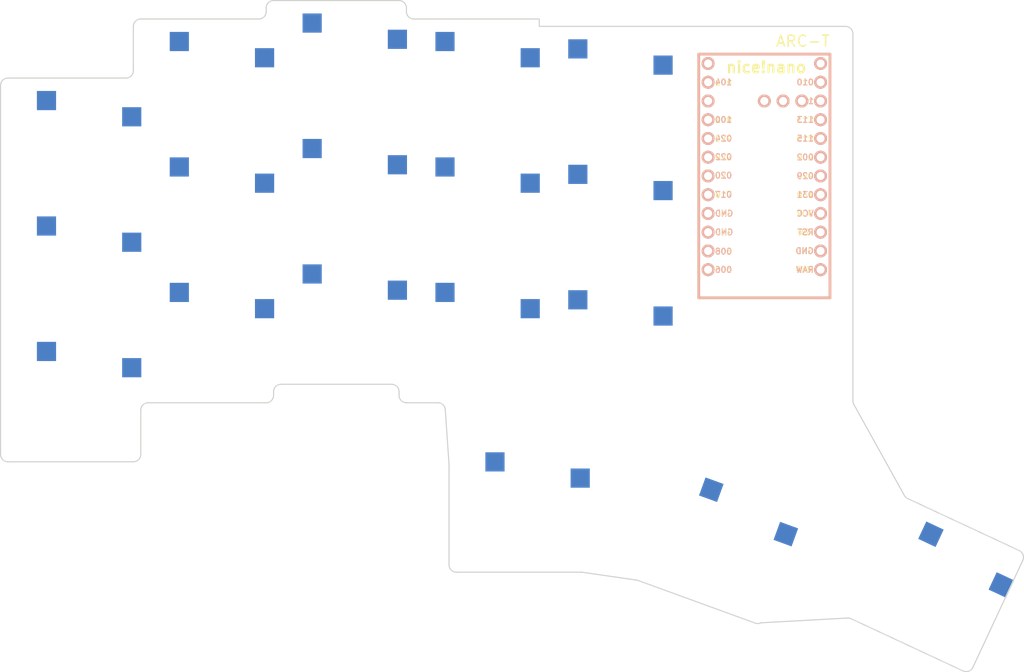
<source format=kicad_pcb>
(kicad_pcb (version 20240108) (generator "pcbnew") (generator_version "8.0")
  (title_block (title "left") (rev "v1.0.0") (company "Unknown"))
  (layers (0 "F.Cu" signal) (31 "B.Cu" signal) (34 "B.Paste" user) (35 "F.Paste" user) (36 "B.SilkS" user "B.Silkscreen") (37 "F.SilkS" user "F.Silkscreen") (38 "B.Mask" user) (39 "F.Mask" user) (44 "Edge.Cuts" user))
  (net 0 "")
  (net 1 "pinky_bottom")
  (net 2 "pinky_home")
  (net 3 "pinky_top")
  (net 4 "ring_bottom")
  (net 5 "ring_home")
  (net 6 "ring_top")
  (net 7 "middle_bottom")
  (net 8 "middle_home")
  (net 9 "middle_top")
  (net 10 "index_bottom")
  (net 11 "index_home")
  (net 12 "index_top")
  (net 13 "inner_bottom")
  (net 14 "inner_home")
  (net 15 "inner_top")
  (net 16 "inner_cluster")
  (net 17 "home_cluster")
  (net 18 "outer_cluster")
  (net 19 "RAW")
  (net 20 "GND")
  (net 21 "RST")
  (net 22 "VCC")
  (net 23 "P031")
  (net 24 "P029")
  (net 25 "P002")
  (net 26 "P115")
  (net 27 "P113")
  (net 28 "P111")
  (net 29 "P010")
  (net 30 "P009")
  (net 31 "P006")
  (net 32 "P008")
  (net 33 "P017")
  (net 34 "P020")
  (net 35 "P022")
  (net 36 "P024")
  (net 37 "P100")
  (net 38 "P011")
  (net 39 "P104")
  (net 40 "P106")
  (net 41 "P101")
  (net 42 "P102")
  (net 43 "P107")
  (footprint "nice_nano" (layer "F.Cu") (at 94 -31 90)
    (property "Reference" "MCU1" (hide yes))
    (property "Value" "nice_nano" (hide yes))
    (fp_line (start 15.24 -8.89) (end -17.78 -8.89) (stroke (width 0.381)) (layer "B.SilkS"))
    (fp_line (start -17.78 -8.89) (end -17.78 8.89) (stroke (width 0.381)) (layer "B.SilkS"))
    (fp_line (start 15.24 8.89) (end 15.24 -8.89) (stroke (width 0.381)) (layer "B.SilkS"))
    (fp_line (start -17.78 8.89) (end 15.24 8.89) (stroke (width 0.381)) (layer "B.SilkS"))
    (fp_line (start 15.24 -8.89) (end -17.78 -8.89) (stroke (width 0.381)) (layer "F.SilkS"))
    (fp_line (start -17.78 -8.89) (end -17.78 8.89) (stroke (width 0.381)) (layer "F.SilkS"))
    (fp_line (start 15.24 8.89) (end 15.24 -8.89) (stroke (width 0.381)) (layer "F.SilkS"))
    (fp_line (start -17.78 8.89) (end 15.24 8.89) (stroke (width 0.381)) (layer "F.SilkS"))
    (fp_text user "115" (at 3.81 5.537191 180) (layer "B.SilkS") (effects (font (size 0.8 0.8)) (justify mirror)))
    (fp_text user "RST" (at -8.89 5.588 180) (layer "B.SilkS") (effects (font (size 0.8 0.8)) (justify mirror)))
    (fp_text user "010" (at 11.43 5.537191 180) (layer "B.SilkS") (effects (font (size 0.8 0.8)) (justify mirror)))
    (fp_text user "022" (at 1.3 -5.53719 180) (layer "B.SilkS") (effects (font (size 0.8 0.8)) (justify mirror)))
    (fp_text user "008" (at -11.5 -5.53719 180) (layer "B.SilkS") (effects (font (size 0.8 0.8)) (justify mirror)))
    (fp_text user "031" (at -3.81 5.537191 180) (layer "B.SilkS") (effects (font (size 0.8 0.8)) (justify mirror)))
    (fp_text user "020" (at -1.2 -5.53719 180) (layer "B.SilkS") (effects (font (size 0.8 0.8)) (justify mirror)))
    (fp_text user "006" (at -13.97 -5.53719 180) (layer "B.SilkS") (effects (font (size 0.8 0.8)) (justify mirror)))
    (fp_text user "029" (at -1.27 5.537191 180) (layer "B.SilkS") (effects (font (size 0.8 0.8)) (justify mirror)))
    (fp_text user "GND" (at -11.43 5.454667 180) (layer "B.SilkS") (effects (font (size 0.8 0.8)) (justify mirror)))
    (fp_text user "GND" (at -8.89 -5.461 180) (layer "B.SilkS") (effects (font (size 0.8 0.8)) (justify mirror)))
    (fp_text user "VCC" (at -6.35 5.537191 180) (layer "B.SilkS") (effects (font (size 0.8 0.8)) (justify mirror)))
    (fp_text user "104" (at 11.43 -5.53719 180) (layer "B.SilkS") (effects (font (size 0.8 0.8)) (justify mirror)))
    (fp_text user "100" (at 6.35 -5.53719 180) (layer "B.SilkS") (effects (font (size 0.8 0.8)) (justify mirror)))
    (fp_text user "GND" (at -6.35 -5.461 180) (layer "B.SilkS") (effects (font (size 0.8 0.8)) (justify mirror)))
    (fp_text user "111" (at 8.89 5.537191 180) (layer "B.SilkS") (effects (font (size 0.8 0.8)) (justify mirror)))
    (fp_text user "RAW" (at -13.97 5.473715 180) (layer "B.SilkS") (effects (font (size 0.8 0.8)) (justify mirror)))
    (fp_text user "002" (at 1.27 5.537191 180) (layer "B.SilkS") (effects (font (size 0.8 0.8)) (justify mirror)))
    (fp_text user "024" (at 3.81 -5.53719 180) (layer "B.SilkS") (effects (font (size 0.8 0.8)) (justify mirror)))
    (fp_text user "017" (at -3.8 -5.53719 180) (layer "B.SilkS") (effects (font (size 0.8 0.8)) (justify mirror)))
    (fp_text user "113" (at 6.35 5.537191 180) (layer "B.SilkS") (effects (font (size 0.8 0.8)) (justify mirror)))
    (fp_text user "GND" (at -6.35 -5.461 180) (layer "F.SilkS") (effects (font (size 0.8 0.8))))
    (fp_text user "104" (at 11.43 -5.53719 180) (layer "F.SilkS") (effects (font (size 0.8 0.8))))
    (fp_text user "031" (at -3.81 5.537191 180) (layer "F.SilkS") (effects (font (size 0.8 0.8))))
    (fp_text user "022" (at 1.3 -5.53719 180) (layer "F.SilkS") (effects (font (size 0.8 0.8))))
    (fp_text user "111" (at 8.89 5.537191 180) (layer "F.SilkS") (effects (font (size 0.8 0.8))))
    (fp_text user "nice!nano" (at 13.462 0.254 180) (layer "F.SilkS") (effects (font (size 1.5 1.5) (thickness 0.3))))
    (fp_text user "100" (at 6.35 -5.53719 180) (layer "F.SilkS") (effects (font (size 0.8 0.8))))
    (fp_text user "GND" (at -8.89 -5.461 180) (layer "F.SilkS") (effects (font (size 0.8 0.8))))
    (fp_text user "GND" (at -11.43 5.454667 180) (layer "F.SilkS") (effects (font (size 0.8 0.8))))
    (fp_text user "010" (at 11.43 5.537191 180) (layer "F.SilkS") (effects (font (size 0.8 0.8))))
    (fp_text user "RST" (at -8.89 5.588 180) (layer "F.SilkS") (effects (font (size 0.8 0.8))))
    (fp_text user "RAW" (at -13.97 5.473715 180) (layer "F.SilkS") (effects (font (size 0.8 0.8))))
    (fp_text user "008" (at -11.5 -5.53719 180) (layer "F.SilkS") (effects (font (size 0.8 0.8))))
    (fp_text user "VCC" (at -6.35 5.537191 180) (layer "F.SilkS") (effects (font (size 0.8 0.8))))
    (fp_text user "024" (at 3.81 -5.53719 180) (layer "F.SilkS") (effects (font (size 0.8 0.8))))
    (fp_text user "115" (at 3.81 5.537191 180) (layer "F.SilkS") (effects (font (size 0.8 0.8))))
    (fp_text user "017" (at -3.8 -5.53719 180) (layer "F.SilkS") (effects (font (size 0.8 0.8))))
    (fp_text user "029" (at -1.27 5.537191 180) (layer "F.SilkS") (effects (font (size 0.8 0.8))))
    (fp_text user "020" (at -1.2 -5.53719 180) (layer "F.SilkS") (effects (font (size 0.8 0.8))))
    (fp_text user "002" (at 1.27 5.537191 180) (layer "F.SilkS") (effects (font (size 0.8 0.8))))
    (fp_text user "113" (at 6.35 5.537191 180) (layer "F.SilkS") (effects (font (size 0.8 0.8))))
    (fp_text user "006" (at -13.97 -5.53719 180) (layer "F.SilkS") (effects (font (size 0.8 0.8))))
    (pad "1" thru_hole circle (at -13.97 -7.62) (size 1.7526 1.7526) (drill 1.0922) (layers "*.Cu" "*.SilkS" "*.Mask") (net 31 "P006"))
    (pad "2" thru_hole circle (at -11.43 -7.62) (size 1.7526 1.7526) (drill 1.0922) (layers "*.Cu" "*.SilkS" "*.Mask") (net 32 "P008"))
    (pad "3" thru_hole circle (at -8.89 -7.62) (size 1.7526 1.7526) (drill 1.0922) (layers "*.Cu" "*.SilkS" "*.Mask") (net 20 "GND"))
    (pad "4" thru_hole circle (at -6.35 -7.62) (size 1.7526 1.7526) (drill 1.0922) (layers "*.Cu" "*.SilkS" "*.Mask") (net 20 "GND"))
    (pad "5" thru_hole circle (at -3.81 -7.62) (size 1.7526 1.7526) (drill 1.0922) (layers "*.Cu" "*.SilkS" "*.Mask") (net 33 "P017"))
    (pad "6" thru_hole circle (at -1.27 -7.62) (size 1.7526 1.7526) (drill 1.0922) (layers "*.Cu" "*.SilkS" "*.Mask") (net 34 "P020"))
    (pad "7" thru_hole circle (at 1.27 -7.62) (size 1.7526 1.7526) (drill 1.0922) (layers "*.Cu" "*.SilkS" "*.Mask") (net 35 "P022"))
    (pad "8" thru_hole circle (at 3.81 -7.62) (size 1.7526 1.7526) (drill 1.0922) (layers "*.Cu" "*.SilkS" "*.Mask") (net 36 "P024"))
    (pad "9" thru_hole circle (at 6.35 -7.62) (size 1.7526 1.7526) (drill 1.0922) (layers "*.Cu" "*.SilkS" "*.Mask") (net 37 "P100"))
    (pad "10" thru_hole circle (at 8.89 -7.62) (size 1.7526 1.7526) (drill 1.0922) (layers "*.Cu" "*.SilkS" "*.Mask") (net 38 "P011"))
    (pad "11" thru_hole circle (at 11.43 -7.62) (size 1.7526 1.7526) (drill 1.0922) (layers "*.Cu" "*.SilkS" "*.Mask") (net 39 "P104"))
    (pad "12" thru_hole circle (at 13.97 -7.62) (size 1.7526 1.7526) (drill 1.0922) (layers "*.Cu" "*.SilkS" "*.Mask") (net 40 "P106"))
    (pad "13" thru_hole circle (at 13.97 7.62) (size 1.7526 1.7526) (drill 1.0922) (layers "*.Cu" "*.SilkS" "*.Mask") (net 30 "P009"))
    (pad "14" thru_hole circle (at 11.43 7.62) (size 1.7526 1.7526) (drill 1.0922) (layers "*.Cu" "*.SilkS" "*.Mask") (net 29 "P010"))
    (pad "15" thru_hole circle (at 8.89 7.62) (size 1.7526 1.7526) (drill 1.0922) (layers "*.Cu" "*.SilkS" "*.Mask") (net 28 "P111"))
    (pad "16" thru_hole circle (at 6.35 7.62) (size 1.7526 1.7526) (drill 1.0922) (layers "*.Cu" "*.SilkS" "*.Mask") (net 27 "P113"))
    (pad "17" thru_hole circle (at 3.81 7.62) (size 1.7526 1.7526) (drill 1.0922) (layers "*.Cu" "*.SilkS" "*.Mask") (net 26 "P115"))
    (pad "18" thru_hole circle (at 1.27 7.62) (size 1.7526 1.7526) (drill 1.0922) (layers "*.Cu" "*.SilkS" "*.Mask") (net 25 "P002"))
    (pad "19" thru_hole circle (at -1.27 7.62) (size 1.7526 1.7526) (drill 1.0922) (layers "*.Cu" "*.SilkS" "*.Mask") (net 24 "P029"))
    (pad "20" thru_hole circle (at -3.81 7.62) (size 1.7526 1.7526) (drill 1.0922) (layers "*.Cu" "*.SilkS" "*.Mask") (net 23 "P031"))
    (pad "21" thru_hole circle (at -6.35 7.62) (size 1.7526 1.7526) (drill 1.0922) (layers "*.Cu" "*.SilkS" "*.Mask") (net 22 "VCC"))
    (pad "22" thru_hole circle (at -8.89 7.62) (size 1.7526 1.7526) (drill 1.0922) (layers "*.Cu" "*.SilkS" "*.Mask") (net 21 "RST"))
    (pad "23" thru_hole circle (at -11.43 7.62) (size 1.7526 1.7526) (drill 1.0922) (layers "*.Cu" "*.SilkS" "*.Mask") (net 20 "GND"))
    (pad "24" thru_hole circle (at -13.97 7.62) (size 1.7526 1.7526) (drill 1.0922) (layers "*.Cu" "*.SilkS" "*.Mask") (net 19 "RAW"))
    (pad "31" thru_hole circle (at 8.89 5.08) (size 1.7526 1.7526) (drill 1.0922) (layers "*.Cu" "*.SilkS" "*.Mask") (net 41 "P101"))
    (pad "32" thru_hole circle (at 8.89 2.54) (size 1.7526 1.7526) (drill 1.0922) (layers "*.Cu" "*.SilkS" "*.Mask") (net 42 "P102"))
    (pad "33" thru_hole circle (at 8.89 0) (size 1.7526 1.7526) (drill 1.0922) (layers "*.Cu" "*.SilkS" "*.Mask") (net 43 "P107"))
  )
  (footprint "PG1350" (layer "F.Cu") (at 36 -10.5)
    (property "Reference" "S7" (hide yes))
    (property "Value" "" (hide yes))
    (pad "" np_thru_hole circle (at -5.5 0) (size 1.7018 1.7018) (drill 1.7018) (layers "*.Cu" "*.Mask"))
    (pad "" np_thru_hole circle (at 0 -5.95) (size 3 3) (drill 3) (layers "*.Cu" "*.Mask"))
    (pad "" np_thru_hole circle (at 0 0) (size 3.429 3.429) (drill 3.429) (layers "*.Cu" "*.Mask"))
    (pad "" np_thru_hole circle (at 5 -3.75) (size 3 3) (drill 3) (layers "*.Cu" "*.Mask"))
    (pad "" np_thru_hole circle (at 5.5 0) (size 1.7018 1.7018) (drill 1.7018) (layers "*.Cu" "*.Mask"))
    (pad "1" smd rect (at -3.275 -5.95) (size 2.6 2.6) (layers "B.Cu" "B.Paste" "B.Mask"))
    (pad "2" smd rect (at 8.275 -3.75) (size 2.6 2.6) (layers "B.Cu" "B.Paste" "B.Mask") (net 7 "middle_bottom"))
  )
  (footprint "PG1350" (layer "F.Cu") (at 0 -17)
    (property "Reference" "S2" (hide yes))
    (property "Value" "" (hide yes))
    (pad "" np_thru_hole circle (at -5.5 0) (size 1.7018 1.7018) (drill 1.7018) (layers "*.Cu" "*.Mask"))
    (pad "" np_thru_hole circle (at 0 -5.95) (size 3 3) (drill 3) (layers "*.Cu" "*.Mask"))
    (pad "" np_thru_hole circle (at 0 0) (size 3.429 3.429) (drill 3.429) (layers "*.Cu" "*.Mask"))
    (pad "" np_thru_hole circle (at 5 -3.75) (size 3 3) (drill 3) (layers "*.Cu" "*.Mask"))
    (pad "" np_thru_hole circle (at 5.5 0) (size 1.7018 1.7018) (drill 1.7018) (layers "*.Cu" "*.Mask"))
    (pad "1" smd rect (at -3.275 -5.95) (size 2.6 2.6) (layers "B.Cu" "B.Paste" "B.Mask"))
    (pad "2" smd rect (at 8.275 -3.75) (size 2.6 2.6) (layers "B.Cu" "B.Paste" "B.Mask") (net 2 "pinky_home"))
  )
  (footprint "PG1350" (layer "F.Cu") (at 117.028678 25.594283 -25)
    (property "Reference" "S18" (hide yes))
    (property "Value" "" (hide yes))
    (pad "" np_thru_hole circle (at -5.5 0) (size 1.7018 1.7018) (drill 1.7018) (layers "*.Cu" "*.Mask"))
    (pad "" np_thru_hole circle (at 0 -5.95) (size 3 3) (drill 3) (layers "*.Cu" "*.Mask"))
    (pad "" np_thru_hole circle (at 0 0) (size 3.429 3.429) (drill 3.429) (layers "*.Cu" "*.Mask"))
    (pad "" np_thru_hole circle (at 5 -3.75) (size 3 3) (drill 3) (layers "*.Cu" "*.Mask"))
    (pad "" np_thru_hole circle (at 5.5 0) (size 1.7018 1.7018) (drill 1.7018) (layers "*.Cu" "*.Mask"))
    (pad "1" smd rect (at -3.275 -5.95 335) (size 2.6 2.6) (layers "B.Cu" "B.Paste" "B.Mask"))
    (pad "2" smd rect (at 8.275 -3.75 335) (size 2.6 2.6) (layers "B.Cu" "B.Paste" "B.Mask") (net 18 "outer_cluster"))
  )
  (footprint "PG1350" (layer "F.Cu") (at 87.85416 19.498383 -20)
    (property "Reference" "S17" (hide yes))
    (property "Value" "" (hide yes))
    (pad "" np_thru_hole circle (at -5.5 0) (size 1.7018 1.7018) (drill 1.7018) (layers "*.Cu" "*.Mask"))
    (pad "" np_thru_hole circle (at 0 -5.95) (size 3 3) (drill 3) (layers "*.Cu" "*.Mask"))
    (pad "" np_thru_hole circle (at 0 0) (size 3.429 3.429) (drill 3.429) (layers "*.Cu" "*.Mask"))
    (pad "" np_thru_hole circle (at 5 -3.75) (size 3 3) (drill 3) (layers "*.Cu" "*.Mask"))
    (pad "" np_thru_hole circle (at 5.5 0) (size 1.7018 1.7018) (drill 1.7018) (layers "*.Cu" "*.Mask"))
    (pad "1" smd rect (at -3.275 -5.95 340) (size 2.6 2.6) (layers "B.Cu" "B.Paste" "B.Mask"))
    (pad "2" smd rect (at 8.275 -3.75 340) (size 2.6 2.6) (layers "B.Cu" "B.Paste" "B.Mask") (net 17 "home_cluster"))
  )
  (footprint "PG1350" (layer "F.Cu") (at 36 -44.5)
    (property "Reference" "S9" (hide yes))
    (property "Value" "" (hide yes))
    (pad "" np_thru_hole circle (at -5.5 0) (size 1.7018 1.7018) (drill 1.7018) (layers "*.Cu" "*.Mask"))
    (pad "" np_thru_hole circle (at 0 -5.95) (size 3 3) (drill 3) (layers "*.Cu" "*.Mask"))
    (pad "" np_thru_hole circle (at 0 0) (size 3.429 3.429) (drill 3.429) (layers "*.Cu" "*.Mask"))
    (pad "" np_thru_hole circle (at 5 -3.75) (size 3 3) (drill 3) (layers "*.Cu" "*.Mask"))
    (pad "" np_thru_hole circle (at 5.5 0) (size 1.7018 1.7018) (drill 1.7018) (layers "*.Cu" "*.Mask"))
    (pad "1" smd rect (at -3.275 -5.95) (size 2.6 2.6) (layers "B.Cu" "B.Paste" "B.Mask"))
    (pad "2" smd rect (at 8.275 -3.75) (size 2.6 2.6) (layers "B.Cu" "B.Paste" "B.Mask") (net 9 "middle_top"))
  )
  (footprint "PG1350" (layer "F.Cu") (at 0 0)
    (property "Reference" "S1" (hide yes))
    (property "Value" "" (hide yes))
    (pad "" np_thru_hole circle (at -5.5 0) (size 1.7018 1.7018) (drill 1.7018) (layers "*.Cu" "*.Mask"))
    (pad "" np_thru_hole circle (at 0 -5.95) (size 3 3) (drill 3) (layers "*.Cu" "*.Mask"))
    (pad "" np_thru_hole circle (at 0 0) (size 3.429 3.429) (drill 3.429) (layers "*.Cu" "*.Mask"))
    (pad "" np_thru_hole circle (at 5 -3.75) (size 3 3) (drill 3) (layers "*.Cu" "*.Mask"))
    (pad "" np_thru_hole circle (at 5.5 0) (size 1.7018 1.7018) (drill 1.7018) (layers "*.Cu" "*.Mask"))
    (pad "1" smd rect (at -3.275 -5.95) (size 2.6 2.6) (layers "B.Cu" "B.Paste" "B.Mask"))
    (pad "2" smd rect (at 8.275 -3.75) (size 2.6 2.6) (layers "B.Cu" "B.Paste" "B.Mask") (net 1 "pinky_bottom"))
  )
  (footprint "PG1350" (layer "F.Cu") (at 18 -25)
    (property "Reference" "S5" (hide yes))
    (property "Value" "" (hide yes))
    (pad "" np_thru_hole circle (at -5.5 0) (size 1.7018 1.7018) (drill 1.7018) (layers "*.Cu" "*.Mask"))
    (pad "" np_thru_hole circle (at 0 -5.95) (size 3 3) (drill 3) (layers "*.Cu" "*.Mask"))
    (pad "" np_thru_hole circle (at 0 0) (size 3.429 3.429) (drill 3.429) (layers "*.Cu" "*.Mask"))
    (pad "" np_thru_hole circle (at 5 -3.75) (size 3 3) (drill 3) (layers "*.Cu" "*.Mask"))
    (pad "" np_thru_hole circle (at 5.5 0) (size 1.7018 1.7018) (drill 1.7018) (layers "*.Cu" "*.Mask"))
    (pad "1" smd rect (at -3.275 -5.95) (size 2.6 2.6) (layers "B.Cu" "B.Paste" "B.Mask"))
    (pad "2" smd rect (at 8.275 -3.75) (size 2.6 2.6) (layers "B.Cu" "B.Paste" "B.Mask") (net 5 "ring_home"))
  )
  (footprint "PG1350" (layer "F.Cu") (at 60.772358 14.962302)
    (property "Reference" "S16" (hide yes))
    (property "Value" "" (hide yes))
    (pad "" np_thru_hole circle (at -5.5 0) (size 1.7018 1.7018) (drill 1.7018) (layers "*.Cu" "*.Mask"))
    (pad "" np_thru_hole circle (at 0 -5.95) (size 3 3) (drill 3) (layers "*.Cu" "*.Mask"))
    (pad "" np_thru_hole circle (at 0 0) (size 3.429 3.429) (drill 3.429) (layers "*.Cu" "*.Mask"))
    (pad "" np_thru_hole circle (at 5 -3.75) (size 3 3) (drill 3) (layers "*.Cu" "*.Mask"))
    (pad "" np_thru_hole circle (at 5.5 0) (size 1.7018 1.7018) (drill 1.7018) (layers "*.Cu" "*.Mask"))
    (pad "1" smd rect (at -3.275 -5.95) (size 2.6 2.6) (layers "B.Cu" "B.Paste" "B.Mask"))
    (pad "2" smd rect (at 8.275 -3.75) (size 2.6 2.6) (layers "B.Cu" "B.Paste" "B.Mask") (net 16 "inner_cluster"))
  )
  (footprint "PG1350" (layer "F.Cu") (at 72 -7)
    (property "Reference" "S13" (hide yes))
    (property "Value" "" (hide yes))
    (pad "" np_thru_hole circle (at -5.5 0) (size 1.7018 1.7018) (drill 1.7018) (layers "*.Cu" "*.Mask"))
    (pad "" np_thru_hole circle (at 0 -5.95) (size 3 3) (drill 3) (layers "*.Cu" "*.Mask"))
    (pad "" np_thru_hole circle (at 0 0) (size 3.429 3.429) (drill 3.429) (layers "*.Cu" "*.Mask"))
    (pad "" np_thru_hole circle (at 5 -3.75) (size 3 3) (drill 3) (layers "*.Cu" "*.Mask"))
    (pad "" np_thru_hole circle (at 5.5 0) (size 1.7018 1.7018) (drill 1.7018) (layers "*.Cu" "*.Mask"))
    (pad "1" smd rect (at -3.275 -5.95) (size 2.6 2.6) (layers "B.Cu" "B.Paste" "B.Mask"))
    (pad "2" smd rect (at 8.275 -3.75) (size 2.6 2.6) (layers "B.Cu" "B.Paste" "B.Mask") (net 13 "inner_bottom"))
  )
  (footprint "PG1350" (layer "F.Cu") (at 18 -42)
    (property "Reference" "S6" (hide yes))
    (property "Value" "" (hide yes))
    (pad "" np_thru_hole circle (at -5.5 0) (size 1.7018 1.7018) (drill 1.7018) (layers "*.Cu" "*.Mask"))
    (pad "" np_thru_hole circle (at 0 -5.95) (size 3 3) (drill 3) (layers "*.Cu" "*.Mask"))
    (pad "" np_thru_hole circle (at 0 0) (size 3.429 3.429) (drill 3.429) (layers "*.Cu" "*.Mask"))
    (pad "" np_thru_hole circle (at 5 -3.75) (size 3 3) (drill 3) (layers "*.Cu" "*.Mask"))
    (pad "" np_thru_hole circle (at 5.5 0) (size 1.7018 1.7018) (drill 1.7018) (layers "*.Cu" "*.Mask"))
    (pad "1" smd rect (at -3.275 -5.95) (size 2.6 2.6) (layers "B.Cu" "B.Paste" "B.Mask"))
    (pad "2" smd rect (at 8.275 -3.75) (size 2.6 2.6) (layers "B.Cu" "B.Paste" "B.Mask") (net 6 "ring_top"))
  )
  (footprint "PG1350" (layer "F.Cu") (at 54 -25)
    (property "Reference" "S11" (hide yes))
    (property "Value" "" (hide yes))
    (pad "" np_thru_hole circle (at -5.5 0) (size 1.7018 1.7018) (drill 1.7018) (layers "*.Cu" "*.Mask"))
    (pad "" np_thru_hole circle (at 0 -5.95) (size 3 3) (drill 3) (layers "*.Cu" "*.Mask"))
    (pad "" np_thru_hole circle (at 0 0) (size 3.429 3.429) (drill 3.429) (layers "*.Cu" "*.Mask"))
    (pad "" np_thru_hole circle (at 5 -3.75) (size 3 3) (drill 3) (layers "*.Cu" "*.Mask"))
    (pad "" np_thru_hole circle (at 5.5 0) (size 1.7018 1.7018) (drill 1.7018) (layers "*.Cu" "*.Mask"))
    (pad "1" smd rect (at -3.275 -5.95) (size 2.6 2.6) (layers "B.Cu" "B.Paste" "B.Mask"))
    (pad "2" smd rect (at 8.275 -3.75) (size 2.6 2.6) (layers "B.Cu" "B.Paste" "B.Mask") (net 11 "index_home"))
  )
  (footprint "PG1350" (layer "F.Cu") (at 54 -42)
    (property "Reference" "S12" (hide yes))
    (property "Value" "" (hide yes))
    (pad "" np_thru_hole circle (at -5.5 0) (size 1.7018 1.7018) (drill 1.7018) (layers "*.Cu" "*.Mask"))
    (pad "" np_thru_hole circle (at 0 -5.95) (size 3 3) (drill 3) (layers "*.Cu" "*.Mask"))
    (pad "" np_thru_hole circle (at 0 0) (size 3.429 3.429) (drill 3.429) (layers "*.Cu" "*.Mask"))
    (pad "" np_thru_hole circle (at 5 -3.75) (size 3 3) (drill 3) (layers "*.Cu" "*.Mask"))
    (pad "" np_thru_hole circle (at 5.5 0) (size 1.7018 1.7018) (drill 1.7018) (layers "*.Cu" "*.Mask"))
    (pad "1" smd rect (at -3.275 -5.95) (size 2.6 2.6) (layers "B.Cu" "B.Paste" "B.Mask"))
    (pad "2" smd rect (at 8.275 -3.75) (size 2.6 2.6) (layers "B.Cu" "B.Paste" "B.Mask") (net 12 "index_top"))
  )
  (footprint "PG1350" (layer "F.Cu") (at 54 -8)
    (property "Reference" "S10" (hide yes))
    (property "Value" "" (hide yes))
    (pad "" np_thru_hole circle (at -5.5 0) (size 1.7018 1.7018) (drill 1.7018) (layers "*.Cu" "*.Mask"))
    (pad "" np_thru_hole circle (at 0 -5.95) (size 3 3) (drill 3) (layers "*.Cu" "*.Mask"))
    (pad "" np_thru_hole circle (at 0 0) (size 3.429 3.429) (drill 3.429) (layers "*.Cu" "*.Mask"))
    (pad "" np_thru_hole circle (at 5 -3.75) (size 3 3) (drill 3) (layers "*.Cu" "*.Mask"))
    (pad "" np_thru_hole circle (at 5.5 0) (size 1.7018 1.7018) (drill 1.7018) (layers "*.Cu" "*.Mask"))
    (pad "1" smd rect (at -3.275 -5.95) (size 2.6 2.6) (layers "B.Cu" "B.Paste" "B.Mask"))
    (pad "2" smd rect (at 8.275 -3.75) (size 2.6 2.6) (layers "B.Cu" "B.Paste" "B.Mask") (net 10 "index_bottom"))
  )
  (footprint "PG1350" (layer "F.Cu") (at 36 -27.5)
    (property "Reference" "S8" (hide yes))
    (property "Value" "" (hide yes))
    (pad "" np_thru_hole circle (at -5.5 0) (size 1.7018 1.7018) (drill 1.7018) (layers "*.Cu" "*.Mask"))
    (pad "" np_thru_hole circle (at 0 -5.95) (size 3 3) (drill 3) (layers "*.Cu" "*.Mask"))
    (pad "" np_thru_hole circle (at 0 0) (size 3.429 3.429) (drill 3.429) (layers "*.Cu" "*.Mask"))
    (pad "" np_thru_hole circle (at 5 -3.75) (size 3 3) (drill 3) (layers "*.Cu" "*.Mask"))
    (pad "" np_thru_hole circle (at 5.5 0) (size 1.7018 1.7018) (drill 1.7018) (layers "*.Cu" "*.Mask"))
    (pad "1" smd rect (at -3.275 -5.95) (size 2.6 2.6) (layers "B.Cu" "B.Paste" "B.Mask"))
    (pad "2" smd rect (at 8.275 -3.75) (size 2.6 2.6) (layers "B.Cu" "B.Paste" "B.Mask") (net 8 "middle_home"))
  )
  (footprint "PG1350" (layer "F.Cu") (at 72 -24)
    (property "Reference" "S14" (hide yes))
    (property "Value" "" (hide yes))
    (pad "" np_thru_hole circle (at -5.5 0) (size 1.7018 1.7018) (drill 1.7018) (layers "*.Cu" "*.Mask"))
    (pad "" np_thru_hole circle (at 0 -5.95) (size 3 3) (drill 3) (layers "*.Cu" "*.Mask"))
    (pad "" np_thru_hole circle (at 0 0) (size 3.429 3.429) (drill 3.429) (layers "*.Cu" "*.Mask"))
    (pad "" np_thru_hole circle (at 5 -3.75) (size 3 3) (drill 3) (layers "*.Cu" "*.Mask"))
    (pad "" np_thru_hole circle (at 5.5 0) (size 1.7018 1.7018) (drill 1.7018) (layers "*.Cu" "*.Mask"))
    (pad "1" smd rect (at -3.275 -5.95) (size 2.6 2.6) (layers "B.Cu" "B.Paste" "B.Mask"))
    (pad "2" smd rect (at 8.275 -3.75) (size 2.6 2.6) (layers "B.Cu" "B.Paste" "B.Mask") (net 14 "inner_home"))
  )
  (footprint "PG1350" (layer "F.Cu") (at 72 -41)
    (property "Reference" "S15" (hide yes))
    (property "Value" "" (hide yes))
    (pad "" np_thru_hole circle (at -5.5 0) (size 1.7018 1.7018) (drill 1.7018) (layers "*.Cu" "*.Mask"))
    (pad "" np_thru_hole circle (at 0 -5.95) (size 3 3) (drill 3) (layers "*.Cu" "*.Mask"))
    (pad "" np_thru_hole circle (at 0 0) (size 3.429 3.429) (drill 3.429) (layers "*.Cu" "*.Mask"))
    (pad "" np_thru_hole circle (at 5 -3.75) (size 3 3) (drill 3) (layers "*.Cu" "*.Mask"))
    (pad "" np_thru_hole circle (at 5.5 0) (size 1.7018 1.7018) (drill 1.7018) (layers "*.Cu" "*.Mask"))
    (pad "1" smd rect (at -3.275 -5.95) (size 2.6 2.6) (layers "B.Cu" "B.Paste" "B.Mask"))
    (pad "2" smd rect (at 8.275 -3.75) (size 2.6 2.6) (layers "B.Cu" "B.Paste" "B.Mask") (net 15 "inner_top"))
  )
  (footprint "PG1350" (layer "F.Cu") (at 18 -8)
    (property "Reference" "S4" (hide yes))
    (property "Value" "" (hide yes))
    (pad "" np_thru_hole circle (at -5.5 0) (size 1.7018 1.7018) (drill 1.7018) (layers "*.Cu" "*.Mask"))
    (pad "" np_thru_hole circle (at 0 -5.95) (size 3 3) (drill 3) (layers "*.Cu" "*.Mask"))
    (pad "" np_thru_hole circle (at 0 0) (size 3.429 3.429) (drill 3.429) (layers "*.Cu" "*.Mask"))
    (pad "" np_thru_hole circle (at 5 -3.75) (size 3 3) (drill 3) (layers "*.Cu" "*.Mask"))
    (pad "" np_thru_hole circle (at 5.5 0) (size 1.7018 1.7018) (drill 1.7018) (layers "*.Cu" "*.Mask"))
    (pad "1" smd rect (at -3.275 -5.95) (size 2.6 2.6) (layers "B.Cu" "B.Paste" "B.Mask"))
    (pad "2" smd rect (at 8.275 -3.75) (size 2.6 2.6) (layers "B.Cu" "B.Paste" "B.Mask") (net 4 "ring_bottom"))
  )
  (footprint "PG1350" (layer "F.Cu") (at 0 -34)
    (property "Reference" "S3" (hide yes))
    (property "Value" "" (hide yes))
    (pad "" np_thru_hole circle (at -5.5 0) (size 1.7018 1.7018) (drill 1.7018) (layers "*.Cu" "*.Mask"))
    (pad "" np_thru_hole circle (at 0 -5.95) (size 3 3) (drill 3) (layers "*.Cu" "*.Mask"))
    (pad "" np_thru_hole circle (at 0 0) (size 3.429 3.429) (drill 3.429) (layers "*.Cu" "*.Mask"))
    (pad "" np_thru_hole circle (at 5 -3.75) (size 3 3) (drill 3) (layers "*.Cu" "*.Mask"))
    (pad "" np_thru_hole circle (at 5.5 0) (size 1.7018 1.7018) (drill 1.7018) (layers "*.Cu" "*.Mask"))
    (pad "1" smd rect (at -3.275 -5.95) (size 2.6 2.6) (layers "B.Cu" "B.Paste" "B.Mask"))
    (pad "2" smd rect (at 8.275 -3.75) (size 2.6 2.6) (layers "B.Cu" "B.Paste" "B.Mask") (net 3 "pinky_top"))
  )
  (gr_arc (start 49.766134 1) (mid 50.44866 1.269139) (end 50.763798 1.931684) (stroke (width 0.15)) (layer "Edge.Cuts"))
  (gr_line (start 28.5 -1.5) (end 43.5 -1.5) (stroke (width 0.15)) (layer "Edge.Cuts"))
  (gr_arc (start -9.5 -42) (mid -9.207107 -42.707107) (end -8.5 -43) (stroke (width 0.15)) (layer "Edge.Cuts"))
  (gr_line (start 63.5 -50) (end 63.5 -51) (stroke (width 0.15)) (layer "Edge.Cuts"))
  (gr_line (start 63.5 -51) (end 46.5 -51) (stroke (width 0.15)) (layer "Edge.Cuts"))
  (gr_arc (start 26.5 -52) (mid 26.207107 -51.292893) (end 25.5 -51) (stroke (width 0.15)) (layer "Edge.Cuts"))
  (gr_line (start 45.5 1) (end 49.766134 1) (stroke (width 0.15)) (layer "Edge.Cuts"))
  (gr_line (start 69.343499 23.972582) (end 76.686512 25.033694) (stroke (width 0.15)) (layer "Edge.Cuts"))
  (gr_line (start 25.5 -51) (end 9.5 -51) (stroke (width 0.15)) (layer "Edge.Cuts"))
  (gr_line (start 44.5 -53.5) (end 27.5 -53.5) (stroke (width 0.15)) (layer "Edge.Cuts"))
  (gr_line (start 9.5 8) (end 9.5 2) (stroke (width 0.15)) (layer "Edge.Cuts"))
  (gr_arc (start 27.5 -0.5) (mid 27.792893 -1.207107) (end 28.5 -1.5) (stroke (width 0.15)) (layer "Edge.Cuts"))
  (gr_line (start 27.5 0) (end 27.5 -0.5) (stroke (width 0.15)) (layer "Edge.Cuts"))
  (gr_arc (start 122.257656 36.85962) (mid 121.693368 37.376694) (end 120.928729 37.343309) (stroke (width 0.15)) (layer "Edge.Cuts"))
  (gr_arc (start 43.5 -1.5) (mid 44.207107 -1.207107) (end 44.5 -0.5) (stroke (width 0.15)) (layer "Edge.Cuts"))
  (gr_line (start 10.5 1) (end 26.5 1) (stroke (width 0.15)) (layer "Edge.Cuts"))
  (gr_arc (start 8.5 -44) (mid 8.207107 -43.292893) (end 7.5 -43) (stroke (width 0.15)) (layer "Edge.Cuts"))
  (gr_line (start 76.885511 25.083721) (end 92.763366 30.862787) (stroke (width 0.15)) (layer "Edge.Cuts"))
  (gr_line (start 45.5 -52) (end 45.5 -52.5) (stroke (width 0.15)) (layer "Edge.Cuts"))
  (gr_line (start 128.535858 21.029768) (end 113.422853 13.982458) (stroke (width 0.15)) (layer "Edge.Cuts"))
  (gr_line (start 112.971094 13.561397) (end 106.125622 1.226362) (stroke (width 0.15)) (layer "Edge.Cuts"))
  (gr_arc (start 45.5 1) (mid 44.792893 0.707107) (end 44.5 0) (stroke (width 0.15)) (layer "Edge.Cuts"))
  (gr_arc (start 8.5 -50) (mid 8.792893 -50.707107) (end 9.5 -51) (stroke (width 0.15)) (layer "Edge.Cuts"))
  (gr_line (start 51.272358 9.392767) (end 51.272358 22.962302) (stroke (width 0.15)) (layer "Edge.Cuts"))
  (gr_arc (start 27.5 0) (mid 27.207107 0.707107) (end 26.5 1) (stroke (width 0.15)) (layer "Edge.Cuts"))
  (gr_line (start 63.5 -50) (end 105 -50) (stroke (width 0.15)) (layer "Edge.Cuts"))
  (gr_arc (start 9.5 2) (mid 9.792893 1.292893) (end 10.5 1) (stroke (width 0.15)) (layer "Edge.Cuts"))
  (gr_line (start 7.5 -43) (end -8.5 -43) (stroke (width 0.15)) (layer "Edge.Cuts"))
  (gr_line (start 93.548719 30.819452) (end 105.271082 30.172616) (stroke (width 0.15)) (layer "Edge.Cuts"))
  (gr_line (start 105.748796 30.264789) (end 120.928729 37.343309) (stroke (width 0.15)) (layer "Edge.Cuts"))
  (gr_line (start -8.5 9) (end 8.5 9) (stroke (width 0.15)) (layer "Edge.Cuts"))
  (gr_arc (start 52.272358 23.962302) (mid 51.565251 23.669409) (end 51.272358 22.962302) (stroke (width 0.15)) (layer "Edge.Cuts"))
  (gr_arc (start 44.5 -53.5) (mid 45.207107 -53.207107) (end 45.5 -52.5) (stroke (width 0.15)) (layer "Edge.Cuts"))
  (gr_line (start 26.5 -52.5) (end 26.5 -52) (stroke (width 0.15)) (layer "Edge.Cuts"))
  (gr_arc (start -8.5 9) (mid -9.207107 8.707107) (end -9.5 8) (stroke (width 0.15)) (layer "Edge.Cuts"))
  (gr_line (start 8.5 -50) (end 8.5 -44) (stroke (width 0.15)) (layer "Edge.Cuts"))
  (gr_arc (start 9.5 8) (mid 9.207107 8.707107) (end 8.5 9) (stroke (width 0.15)) (layer "Edge.Cuts"))
  (gr_arc (start 128.535859 21.029768) (mid 129.052933 21.594056) (end 129.019548 22.358695) (stroke (width 0.15)) (layer "Edge.Cuts"))
  (gr_arc (start 93.548718 30.819452) (mid 93.160481 30.921576) (end 92.763366 30.862787) (stroke (width 0.15)) (layer "Edge.Cuts"))
  (gr_line (start 52.272358 23.962302) (end 69.200478 23.962302) (stroke (width 0.15)) (layer "Edge.Cuts"))
  (gr_arc (start 105 -50) (mid 105.707107 -49.707107) (end 106 -49) (stroke (width 0.15)) (layer "Edge.Cuts"))
  (gr_arc (start 105.271082 30.172616) (mid 105.51563 30.189207) (end 105.748796 30.264789) (stroke (width 0.15)) (layer "Edge.Cuts"))
  (gr_line (start 122.257656 36.859619) (end 129.019548 22.358695) (stroke (width 0.15)) (layer "Edge.Cuts"))
  (gr_line (start 44.5 -0.5) (end 44.5 0) (stroke (width 0.15)) (layer "Edge.Cuts"))
  (gr_line (start 50.763798 1.931684) (end 51.270022 9.324451) (stroke (width 0.15)) (layer "Edge.Cuts"))
  (gr_arc (start 46.5 -51) (mid 45.792893 -51.292893) (end 45.5 -52) (stroke (width 0.15)) (layer "Edge.Cuts"))
  (gr_line (start -9.5 8) (end -9.5 -42) (stroke (width 0.15)) (layer "Edge.Cuts"))
  (gr_arc (start 26.5 -52.5) (mid 26.792893 -53.207107) (end 27.5 -53.5) (stroke (width 0.15)) (layer "Edge.Cuts"))
  (gr_arc (start 51.270022 9.324451) (mid 51.271774 9.358589) (end 51.272358 9.392767) (stroke (width 0.15)) (layer "Edge.Cuts"))
  (gr_arc (start 69.200478 23.962302) (mid 69.272173 23.964875) (end 69.343499 23.972582) (stroke (width 0.15)) (layer "Edge.Cuts"))
  (gr_arc (start 113.422853 13.982458) (mid 113.163656 13.807674) (end 112.971094 13.561397) (stroke (width 0.15)) (layer "Edge.Cuts"))
  (gr_arc (start 106.125622 1.226362) (mid 106.031915 0.991738) (end 106 0.741116) (stroke (width 0.15)) (layer "Edge.Cuts"))
  (gr_arc (start 76.686512 25.033694) (mid 76.787298 25.05359) (end 76.885511 25.083721) (stroke (width 0.15)) (layer "Edge.Cuts"))
  (gr_line (start 106 0.741116) (end 106 -49) (stroke (width 0.15)) (layer "Edge.Cuts"))
  (gr_text "ARC-T" (at 103 -48 0) (layer "F.SilkS") (effects (font (size 1.5 1.5) (thickness 0.2)) (justify right)))
)
</source>
